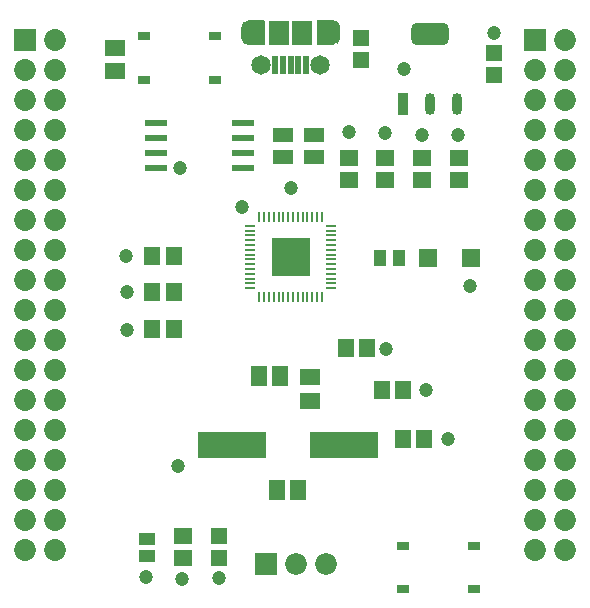
<source format=gts>
G04*
G04 #@! TF.GenerationSoftware,Altium Limited,Altium Designer,23.2.1 (34)*
G04*
G04 Layer_Color=8388736*
%FSLAX44Y44*%
%MOMM*%
G71*
G04*
G04 #@! TF.SameCoordinates,523C6F17-9805-44BE-8DD6-06E41B6C0E98*
G04*
G04*
G04 #@! TF.FilePolarity,Negative*
G04*
G01*
G75*
%ADD17R,0.8721X1.8596*%
G04:AMPARAMS|DCode=18|XSize=1.8596mm|YSize=0.8721mm|CornerRadius=0.4361mm|HoleSize=0mm|Usage=FLASHONLY|Rotation=90.000|XOffset=0mm|YOffset=0mm|HoleType=Round|Shape=RoundedRectangle|*
%AMROUNDEDRECTD18*
21,1,1.8596,0.0000,0,0,90.0*
21,1,0.9875,0.8721,0,0,90.0*
1,1,0.8721,0.0000,0.4938*
1,1,0.8721,0.0000,-0.4938*
1,1,0.8721,0.0000,-0.4938*
1,1,0.8721,0.0000,0.4938*
%
%ADD18ROUNDEDRECTD18*%
G04:AMPARAMS|DCode=19|XSize=1.8596mm|YSize=3.1721mm|CornerRadius=0.437mm|HoleSize=0mm|Usage=FLASHONLY|Rotation=90.000|XOffset=0mm|YOffset=0mm|HoleType=Round|Shape=RoundedRectangle|*
%AMROUNDEDRECTD19*
21,1,1.8596,2.2981,0,0,90.0*
21,1,0.9856,3.1721,0,0,90.0*
1,1,0.8740,1.1490,0.4928*
1,1,0.8740,1.1490,-0.4928*
1,1,0.8740,-1.1490,-0.4928*
1,1,0.8740,-1.1490,0.4928*
%
%ADD19ROUNDEDRECTD19*%
%ADD20R,1.0000X0.7000*%
%ADD23R,1.3562X1.0546*%
%ADD24R,1.4546X1.5562*%
%ADD25R,1.4621X1.3578*%
%ADD27R,0.1778X0.8128*%
%ADD30R,1.5562X1.4546*%
%ADD31R,1.8288X0.5334*%
%ADD33R,0.8128X0.1778*%
%ADD36R,1.5000X1.6000*%
%ADD37C,0.7032*%
%ADD38R,1.7032X2.1032*%
%ADD39R,0.6032X1.5532*%
%ADD40R,1.6532X1.4032*%
%ADD41R,1.3532X1.6532*%
%ADD42R,1.0032X1.4532*%
%ADD43R,3.2004X3.2004*%
%ADD44R,5.8032X2.3032*%
%ADD45R,1.6532X1.2532*%
%ADD46C,1.6532*%
%ADD47C,1.8532*%
%ADD48R,1.8532X1.8532*%
%ADD49C,1.8400*%
%ADD50R,1.8400X1.8400*%
%ADD51C,1.2032*%
G36*
X223673Y495649D02*
X223804Y495624D01*
X223930Y495581D01*
X224049Y495522D01*
X224160Y495448D01*
X224260Y495360D01*
X224348Y495260D01*
X224422Y495149D01*
X224481Y495030D01*
X224524Y494903D01*
X224550Y494773D01*
X224558Y494640D01*
Y475640D01*
X224550Y475507D01*
X224524Y475377D01*
X224481Y475250D01*
X224422Y475131D01*
X224348Y475020D01*
X224260Y474920D01*
X224160Y474832D01*
X224049Y474758D01*
X223930Y474699D01*
X223804Y474656D01*
X223673Y474631D01*
X223540Y474622D01*
X210540D01*
X210407Y474631D01*
X210277Y474656D01*
X210150Y474699D01*
X210031Y474758D01*
X209920Y474832D01*
X209820Y474920D01*
X209732Y475020D01*
X209658Y475131D01*
X209599Y475250D01*
X209557Y475377D01*
X209531Y475507D01*
X209522Y475640D01*
Y479622D01*
X205540D01*
X205407Y479630D01*
X205277Y479656D01*
X205151Y479699D01*
X205092Y479728D01*
X205031Y479758D01*
X204920Y479832D01*
X204820Y479920D01*
Y479920D01*
X204820D01*
X204732Y480020D01*
X204658Y480131D01*
X204629Y480191D01*
X204599Y480250D01*
X204557Y480376D01*
X204531Y480507D01*
X204522Y480640D01*
X204522Y489640D01*
D01*
Y489640D01*
X204531Y489773D01*
X204557Y489903D01*
X204599Y490030D01*
X204628Y490089D01*
X204658Y490149D01*
X204732Y490260D01*
X204820Y490360D01*
X204820D01*
Y490360D01*
X204920Y490448D01*
X205031Y490522D01*
X205091Y490552D01*
X205150Y490581D01*
X205276Y490624D01*
X205407Y490649D01*
X205540Y490658D01*
X205540D01*
D01*
X209522D01*
Y494640D01*
X209531Y494773D01*
X209557Y494903D01*
X209599Y495030D01*
X209658Y495149D01*
X209732Y495260D01*
X209820Y495360D01*
X209920Y495448D01*
X210031Y495522D01*
X210150Y495581D01*
X210277Y495624D01*
X210407Y495649D01*
X210540Y495658D01*
X223540D01*
X223673Y495649D01*
D02*
G37*
G36*
X282673D02*
X282803Y495624D01*
X282930Y495581D01*
X283049Y495522D01*
X283160Y495448D01*
X283260Y495360D01*
X283348Y495260D01*
X283422Y495149D01*
X283481Y495030D01*
X283524Y494903D01*
X283549Y494773D01*
X283558Y494640D01*
Y490658D01*
X287540D01*
X287673Y490650D01*
X287803Y490624D01*
X287929Y490581D01*
X287988Y490552D01*
X288049Y490522D01*
X288160Y490448D01*
X288260Y490360D01*
Y490360D01*
X288260D01*
X288348Y490260D01*
X288421Y490149D01*
X288451Y490089D01*
X288480Y490030D01*
X288523Y489904D01*
X288549Y489773D01*
X288558Y489640D01*
X288558Y480640D01*
D01*
Y480640D01*
X288549Y480507D01*
X288524Y480377D01*
X288481Y480250D01*
X288452Y480191D01*
X288422Y480131D01*
X288348Y480020D01*
X288260Y479920D01*
X288260D01*
Y479920D01*
X288160Y479832D01*
X288049Y479758D01*
X287989Y479728D01*
X287930Y479699D01*
X287804Y479656D01*
X287673Y479631D01*
X287540Y479622D01*
X287540D01*
D01*
X283558D01*
Y475640D01*
X283549Y475507D01*
X283524Y475377D01*
X283481Y475250D01*
X283422Y475131D01*
X283348Y475020D01*
X283260Y474920D01*
X283160Y474832D01*
X283049Y474758D01*
X282930Y474699D01*
X282803Y474656D01*
X282673Y474631D01*
X282540Y474622D01*
X269540D01*
X269407Y474631D01*
X269277Y474656D01*
X269150Y474699D01*
X269031Y474758D01*
X268920Y474832D01*
X268820Y474920D01*
X268732Y475020D01*
X268658Y475131D01*
X268599Y475250D01*
X268556Y475377D01*
X268531Y475507D01*
X268522Y475640D01*
Y494640D01*
X268531Y494773D01*
X268556Y494903D01*
X268599Y495030D01*
X268658Y495149D01*
X268732Y495260D01*
X268820Y495360D01*
X268920Y495448D01*
X269031Y495522D01*
X269150Y495581D01*
X269277Y495624D01*
X269407Y495649D01*
X269540Y495658D01*
X282540D01*
X282673Y495649D01*
D02*
G37*
D17*
X341490Y424897D02*
D03*
D18*
X364490D02*
D03*
X387490D02*
D03*
D19*
X364490Y484422D02*
D03*
D20*
X341475Y50885D02*
D03*
X401475D02*
D03*
X341475Y13885D02*
D03*
X401475D02*
D03*
X182400Y445050D02*
D03*
X122400D02*
D03*
X182400Y482050D02*
D03*
X122400D02*
D03*
D23*
X124900Y56788D02*
D03*
Y42272D02*
D03*
D24*
X147688Y265541D02*
D03*
X129172D02*
D03*
X341262Y140970D02*
D03*
X359778D02*
D03*
X323482Y182880D02*
D03*
X341998D02*
D03*
X129172Y296326D02*
D03*
X147688D02*
D03*
X129172Y233977D02*
D03*
X147688D02*
D03*
X293002Y218440D02*
D03*
X311518D02*
D03*
D25*
X186261Y58802D02*
D03*
Y40258D02*
D03*
X419100Y449198D02*
D03*
Y467742D02*
D03*
X306229Y462368D02*
D03*
Y480912D02*
D03*
D27*
X260764Y261244D02*
D03*
X220124Y329316D02*
D03*
X224188D02*
D03*
X228252D02*
D03*
X232316D02*
D03*
X236380D02*
D03*
X240444D02*
D03*
X244508D02*
D03*
X248572D02*
D03*
X252636D02*
D03*
X256700D02*
D03*
X260764D02*
D03*
X264828D02*
D03*
X268892D02*
D03*
X272956D02*
D03*
Y261244D02*
D03*
X268892D02*
D03*
X264828D02*
D03*
X256700D02*
D03*
X252636D02*
D03*
X248572D02*
D03*
X244508D02*
D03*
X240444D02*
D03*
X236380D02*
D03*
X232316D02*
D03*
X228252D02*
D03*
X224188D02*
D03*
X220124D02*
D03*
D30*
X388622Y379196D02*
D03*
Y360680D02*
D03*
X357299Y379196D02*
D03*
Y360680D02*
D03*
X155208Y40272D02*
D03*
Y58788D02*
D03*
X326085Y379196D02*
D03*
Y360680D02*
D03*
X295910Y379196D02*
D03*
Y360680D02*
D03*
D31*
X132483Y408580D02*
D03*
Y395880D02*
D03*
Y383180D02*
D03*
Y370480D02*
D03*
X206397D02*
D03*
Y383180D02*
D03*
Y395880D02*
D03*
Y408580D02*
D03*
D33*
X280576Y321696D02*
D03*
Y317632D02*
D03*
Y313568D02*
D03*
Y309504D02*
D03*
Y305440D02*
D03*
Y301376D02*
D03*
Y297312D02*
D03*
Y293248D02*
D03*
Y289184D02*
D03*
Y285120D02*
D03*
Y281056D02*
D03*
Y276992D02*
D03*
Y272928D02*
D03*
Y268864D02*
D03*
X212504D02*
D03*
Y272928D02*
D03*
Y276992D02*
D03*
Y281056D02*
D03*
Y285120D02*
D03*
Y289184D02*
D03*
Y293248D02*
D03*
Y297312D02*
D03*
Y301376D02*
D03*
Y305440D02*
D03*
Y309504D02*
D03*
Y313568D02*
D03*
Y317632D02*
D03*
Y321696D02*
D03*
D36*
X363220Y294640D02*
D03*
X399220D02*
D03*
D37*
X281940Y483067D02*
G03*
X281940Y478213I600J-2427D01*
G01*
D02*
G03*
X285040Y480640I600J2427D01*
G01*
D02*
G03*
X281940Y483067I-2500J0D01*
G01*
X211511Y478336D02*
G03*
X213040Y480640I-971J2304D01*
G01*
D02*
G03*
X211511Y482944I-2500J0D01*
G01*
D02*
G03*
X210820Y483124I-971J-2304D01*
G01*
X213040Y489640D02*
G03*
X213040Y489640I-2500J0D01*
G01*
X285040Y489640D02*
G03*
X285040Y489640I-2500J0D01*
G01*
X210820Y483124D02*
G03*
X210820Y478156I-280J-2484D01*
G01*
D02*
G03*
X211511Y478336I-280J2484D01*
G01*
D38*
X236540Y485140D02*
D03*
X256540D02*
D03*
D39*
X233540Y458140D02*
D03*
X240040D02*
D03*
X246540D02*
D03*
X253040D02*
D03*
X259540D02*
D03*
D40*
X97790Y472440D02*
D03*
Y452440D02*
D03*
X262507Y173310D02*
D03*
Y193310D02*
D03*
D41*
X234840Y97790D02*
D03*
X252840D02*
D03*
X219600Y194310D02*
D03*
X237600D02*
D03*
D42*
X338200Y294640D02*
D03*
X322200D02*
D03*
D43*
X246540Y295280D02*
D03*
D44*
X197100Y135890D02*
D03*
X292100D02*
D03*
D45*
X240442Y398780D02*
D03*
Y380280D02*
D03*
X266700Y398780D02*
D03*
Y380280D02*
D03*
D46*
X271540Y458140D02*
D03*
X221540D02*
D03*
D47*
X478790Y46990D02*
D03*
Y72390D02*
D03*
X453390Y46990D02*
D03*
Y72390D02*
D03*
X478790Y123190D02*
D03*
X453390D02*
D03*
X478790Y173990D02*
D03*
X453390D02*
D03*
X478790Y250190D02*
D03*
X453390D02*
D03*
X478790Y300990D02*
D03*
X453390D02*
D03*
X478790Y351790D02*
D03*
X453390D02*
D03*
X478790Y377190D02*
D03*
X453390D02*
D03*
X478790Y453390D02*
D03*
X453390D02*
D03*
X478790Y478790D02*
D03*
X453390Y427990D02*
D03*
X478790D02*
D03*
X453390Y402590D02*
D03*
X478790D02*
D03*
X453390Y326390D02*
D03*
X478790D02*
D03*
X453390Y275590D02*
D03*
X478790D02*
D03*
X453390Y224790D02*
D03*
X478790D02*
D03*
X453390Y199390D02*
D03*
X478790D02*
D03*
X453390Y148590D02*
D03*
X478790D02*
D03*
X453390Y97790D02*
D03*
X478790D02*
D03*
X46990Y46990D02*
D03*
Y72390D02*
D03*
X21590Y46990D02*
D03*
Y72390D02*
D03*
X46990Y123190D02*
D03*
X21590D02*
D03*
X46990Y173990D02*
D03*
X21590D02*
D03*
X46990Y250190D02*
D03*
X21590D02*
D03*
X46990Y300990D02*
D03*
X21590D02*
D03*
X46990Y351790D02*
D03*
X21590D02*
D03*
X46990Y377190D02*
D03*
X21590D02*
D03*
X46990Y453390D02*
D03*
X21590D02*
D03*
X46990Y478790D02*
D03*
X21590Y427990D02*
D03*
X46990D02*
D03*
X21590Y402590D02*
D03*
X46990D02*
D03*
X21590Y326390D02*
D03*
X46990D02*
D03*
X21590Y275590D02*
D03*
X46990D02*
D03*
X21590Y224790D02*
D03*
X46990D02*
D03*
X21590Y199390D02*
D03*
X46990D02*
D03*
X21590Y148590D02*
D03*
X46990D02*
D03*
X21590Y97790D02*
D03*
X46990D02*
D03*
D48*
X453390Y478790D02*
D03*
X21590D02*
D03*
D49*
X276860Y35560D02*
D03*
X251460D02*
D03*
D50*
X226060D02*
D03*
D51*
X342900Y454660D02*
D03*
X246604Y353468D02*
D03*
X205740Y337820D02*
D03*
X419100Y485140D02*
D03*
X151130Y118110D02*
D03*
X152516Y370223D02*
D03*
X388620Y398780D02*
D03*
X357565Y398845D02*
D03*
X326390Y400050D02*
D03*
X295797Y400727D02*
D03*
X398780Y270510D02*
D03*
X327660Y217170D02*
D03*
X360812Y182448D02*
D03*
X379730Y140970D02*
D03*
X186100Y23101D02*
D03*
X154940Y22860D02*
D03*
X124460Y24130D02*
D03*
X107950Y233680D02*
D03*
Y265430D02*
D03*
X107096Y296326D02*
D03*
M02*

</source>
